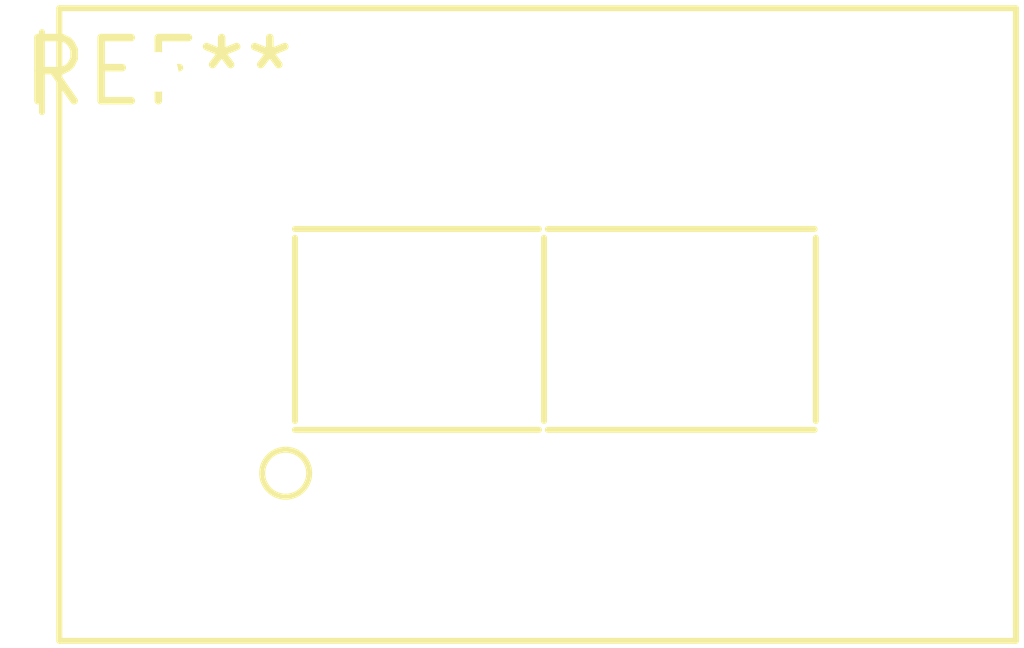
<source format=kicad_pcb>
(kicad_pcb (version 20240108) (generator pcbnew)
  (layers (0 "F.Cu" signal) (31 "B.Cu" signal) (34 "B.Paste" user) (35 "F.Paste" user) (36 "B.SilkS" user "B.Silkscreen") (37 "F.SilkS" user "F.Silkscreen") (38 "B.Mask" user) (39 "F.Mask" user) (44 "Edge.Cuts" user))
  (net 0 "")
  (footprint "D1X8K" (layer "F.Cu") (at 0 0)
    (property "Reference" "REF**")
    (property "Value" "D1X8K")
    (fp_line (start -2.34 -0.8) (end -2.34 0.81) (layer "F.SilkS") (stroke (width 0.12)))
    (fp_line (start -1.99 -1.28) (end -1.99 11.44) (layer "F.SilkS") (stroke (width 0.12)))
    (fp_line (start 2.7438 3.3372) (end 2.7438 7.0202) (layer "F.SilkS") (stroke (width 0.12)))
    (fp_line (start 7.646 3.1594) (end 2.7438 3.1594) (layer "F.SilkS") (stroke (width 0.12)))
    (fp_line (start 7.646 7.198) (end 2.7438 7.198) (layer "F.SilkS") (stroke (width 0.12)))
    (fp_line (start 7.7476 3.3372) (end 7.7476 7.0202) (layer "F.SilkS") (stroke (width 0.12)))
    (fp_line (start 13.1832 3.1594) (end 7.8238 3.1594) (layer "F.SilkS") (stroke (width 0.12)))
    (fp_line (start 13.1832 7.198) (end 7.8238 7.198) (layer "F.SilkS") (stroke (width 0.12)))
    (fp_line (start 13.2086 3.3372) (end 13.2086 7.0202) (layer "F.SilkS") (stroke (width 0.12)))
    (fp_line (start 17.23 -1.28) (end -1.99 -1.28) (layer "F.SilkS") (stroke (width 0.12)))
    (fp_line (start 17.23 -1.28) (end 17.23 11.44) (layer "F.SilkS") (stroke (width 0.12)))
    (fp_line (start 17.23 11.44) (end -1.99 11.44) (layer "F.SilkS") (stroke (width 0.12)))
    (fp_circle (center 2.557533 8.07) (end 2.836933 7.689) (layer "F.SilkS") (stroke (width 0.12)) (fill none))
    (pad "1" thru_hole rect (at 0 0 270) (size 1.6 1.6) (drill 0.8) (layers *.Cu *.Mask) (remove_unused_layers))
    (pad "2" thru_hole circle (at 0 2.54 270) (size 1.6 1.6) (drill 0.8) (layers *.Cu *.Mask) (remove_unused_layers))
    (pad "3" thru_hole circle (at 0 5.08 270) (size 1.6 1.6) (drill 0.8) (layers *.Cu *.Mask) (remove_unused_layers))
    (pad "4" thru_hole circle (at 0 7.62 270) (size 1.6 1.6) (drill 0.8) (layers *.Cu *.Mask) (remove_unused_layers))
    (pad "5" thru_hole circle (at 0 10.16 270) (size 1.6 1.6) (drill 0.8) (layers *.Cu *.Mask) (remove_unused_layers))
    (pad "6" thru_hole circle (at 15.24 10.16 270) (size 1.6 1.6) (drill 0.8) (layers *.Cu *.Mask) (remove_unused_layers))
    (pad "7" thru_hole circle (at 15.24 7.62 270) (size 1.6 1.6) (drill 0.8) (layers *.Cu *.Mask) (remove_unused_layers))
    (pad "8" thru_hole circle (at 15.24 5.08 270) (size 1.6 1.6) (drill 0.8) (layers *.Cu *.Mask) (remove_unused_layers))
    (pad "9" thru_hole circle (at 15.24 2.54 270) (size 1.6 1.6) (drill 0.8) (layers *.Cu *.Mask) (remove_unused_layers))
    (pad "10" thru_hole circle (at 15.24 0 270) (size 1.6 1.6) (drill 0.8) (layers *.Cu *.Mask) (remove_unused_layers))
  )
)
</source>
